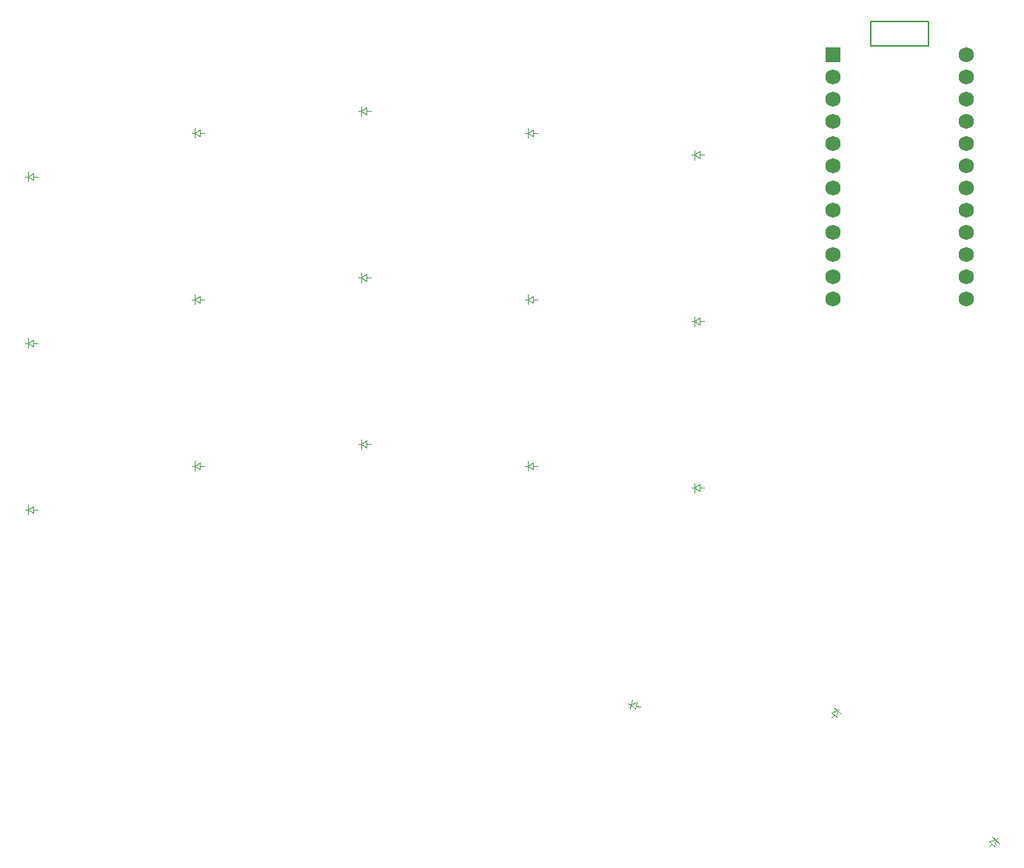
<source format=gbr>
%TF.GenerationSoftware,KiCad,Pcbnew,7.0.10*%
%TF.CreationDate,2024-02-19T14:18:00+02:00*%
%TF.ProjectId,juubo_left_final,6a757562-6f5f-46c6-9566-745f66696e61,v1.0.0*%
%TF.SameCoordinates,Original*%
%TF.FileFunction,Legend,Bot*%
%TF.FilePolarity,Positive*%
%FSLAX46Y46*%
G04 Gerber Fmt 4.6, Leading zero omitted, Abs format (unit mm)*
G04 Created by KiCad (PCBNEW 7.0.10) date 2024-02-19 14:18:00*
%MOMM*%
%LPD*%
G01*
G04 APERTURE LIST*
%ADD10C,0.150000*%
%ADD11C,0.100000*%
%ADD12R,1.752600X1.752600*%
%ADD13C,1.752600*%
G04 APERTURE END LIST*
D10*
%TO.C,T1*%
X184313786Y-47062500D02*
X184313786Y-49912500D01*
X184313786Y-49912500D02*
X190913786Y-49912500D01*
X187613786Y-47062500D02*
X184313786Y-47062500D01*
X187613786Y-47062500D02*
X190913786Y-47062500D01*
X189563786Y-47062500D02*
X185663786Y-47062500D01*
X190913786Y-49912500D02*
X190913786Y-47062500D01*
D11*
%TO.C,D4*%
X106663787Y-97935909D02*
X107063787Y-97935909D01*
X107063787Y-97935909D02*
X107063787Y-97385909D01*
X107063787Y-97935909D02*
X107063787Y-98485909D01*
X107063787Y-97935909D02*
X107663787Y-97535909D01*
X107663787Y-97535909D02*
X107663787Y-98335909D01*
X107663787Y-97935909D02*
X108163787Y-97935909D01*
X107663787Y-98335909D02*
X107063787Y-97935909D01*
%TO.C,D6*%
X106663784Y-59835912D02*
X107063784Y-59835912D01*
X107063784Y-59835912D02*
X107063784Y-59285912D01*
X107063784Y-59835912D02*
X107063784Y-60385912D01*
X107063784Y-59835912D02*
X107663784Y-59435912D01*
X107663784Y-59435912D02*
X107663784Y-60235912D01*
X107663784Y-59835912D02*
X108163784Y-59835912D01*
X107663784Y-60235912D02*
X107063784Y-59835912D01*
%TO.C,D5*%
X106663783Y-78885908D02*
X107063783Y-78885908D01*
X107063783Y-78885908D02*
X107063783Y-78335908D01*
X107063783Y-78885908D02*
X107063783Y-79435908D01*
X107063783Y-78885908D02*
X107663783Y-78485908D01*
X107663783Y-78485908D02*
X107663783Y-79285908D01*
X107663783Y-78885908D02*
X108163783Y-78885908D01*
X107663783Y-79285908D02*
X107063783Y-78885908D01*
%TO.C,D15*%
X163813785Y-62335911D02*
X164213785Y-62335911D01*
X164213785Y-62335911D02*
X164213785Y-61785911D01*
X164213785Y-62335911D02*
X164213785Y-62885911D01*
X164213785Y-62335911D02*
X164813785Y-61935911D01*
X164813785Y-61935911D02*
X164813785Y-62735911D01*
X164813785Y-62335911D02*
X165313785Y-62335911D01*
X164813785Y-62735911D02*
X164213785Y-62335911D01*
%TO.C,D8*%
X125713784Y-76385911D02*
X126113784Y-76385911D01*
X126113784Y-76385911D02*
X126113784Y-75835911D01*
X126113784Y-76385911D02*
X126113784Y-76935911D01*
X126113784Y-76385911D02*
X126713784Y-75985911D01*
X126713784Y-75985911D02*
X126713784Y-76785911D01*
X126713784Y-76385911D02*
X127213784Y-76385911D01*
X126713784Y-76785911D02*
X126113784Y-76385911D01*
%TO.C,D9*%
X125713784Y-57335910D02*
X126113784Y-57335910D01*
X126113784Y-57335910D02*
X126113784Y-56785910D01*
X126113784Y-57335910D02*
X126113784Y-57885910D01*
X126113784Y-57335910D02*
X126713784Y-56935910D01*
X126713784Y-56935910D02*
X126713784Y-57735910D01*
X126713784Y-57335910D02*
X127213784Y-57335910D01*
X126713784Y-57735910D02*
X126113784Y-57335910D01*
%TO.C,D11*%
X144763784Y-78885910D02*
X145163784Y-78885910D01*
X145163784Y-78885910D02*
X145163784Y-78335910D01*
X145163784Y-78885910D02*
X145163784Y-79435910D01*
X145163784Y-78885910D02*
X145763784Y-78485910D01*
X145763784Y-78485910D02*
X145763784Y-79285910D01*
X145763784Y-78885910D02*
X146263784Y-78885910D01*
X145763784Y-79285910D02*
X145163784Y-78885910D01*
%TO.C,D1*%
X87613784Y-102935911D02*
X88013784Y-102935911D01*
X88013784Y-102935911D02*
X88013784Y-102385911D01*
X88013784Y-102935911D02*
X88013784Y-103485911D01*
X88013784Y-102935911D02*
X88613784Y-102535911D01*
X88613784Y-102535911D02*
X88613784Y-103335911D01*
X88613784Y-102935911D02*
X89113784Y-102935911D01*
X88613784Y-103335911D02*
X88013784Y-102935911D01*
%TO.C,D10*%
X144763785Y-97935908D02*
X145163785Y-97935908D01*
X145163785Y-97935908D02*
X145163785Y-97385908D01*
X145163785Y-97935908D02*
X145163785Y-98485908D01*
X145163785Y-97935908D02*
X145763785Y-97535908D01*
X145763785Y-97535908D02*
X145763785Y-98335908D01*
X145763785Y-97935908D02*
X146263785Y-97935908D01*
X145763785Y-98335908D02*
X145163785Y-97935908D01*
%TO.C,D14*%
X163813786Y-81385910D02*
X164213786Y-81385910D01*
X164213786Y-81385910D02*
X164213786Y-80835910D01*
X164213786Y-81385910D02*
X164213786Y-81935910D01*
X164213786Y-81385910D02*
X164813786Y-80985910D01*
X164813786Y-80985910D02*
X164813786Y-81785910D01*
X164813786Y-81385910D02*
X165313786Y-81385910D01*
X164813786Y-81785910D02*
X164213786Y-81385910D01*
%TO.C,D7*%
X125713785Y-95435911D02*
X126113785Y-95435911D01*
X126113785Y-95435911D02*
X126113785Y-94885911D01*
X126113785Y-95435911D02*
X126113785Y-95985911D01*
X126113785Y-95435911D02*
X126713785Y-95035911D01*
X126713785Y-95035911D02*
X126713785Y-95835911D01*
X126713785Y-95435911D02*
X127213785Y-95435911D01*
X126713785Y-95835911D02*
X126113785Y-95435911D01*
%TO.C,D3*%
X87613786Y-64835909D02*
X88013786Y-64835909D01*
X88013786Y-64835909D02*
X88013786Y-64285909D01*
X88013786Y-64835909D02*
X88013786Y-65385909D01*
X88013786Y-64835909D02*
X88613786Y-64435909D01*
X88613786Y-64435909D02*
X88613786Y-65235909D01*
X88613786Y-64835909D02*
X89113786Y-64835909D01*
X88613786Y-65235909D02*
X88013786Y-64835909D01*
%TO.C,D16*%
X156545248Y-125121425D02*
X156931618Y-125224952D01*
X156931618Y-125224952D02*
X157073968Y-124693693D01*
X156931618Y-125224952D02*
X156789267Y-125756212D01*
X156931618Y-125224952D02*
X157614701Y-124993873D01*
X157614701Y-124993873D02*
X157407646Y-125766614D01*
X157511173Y-125380244D02*
X157994136Y-125509653D01*
X157407646Y-125766614D02*
X156931618Y-125224952D01*
%TO.C,D2*%
X87613785Y-83885911D02*
X88013785Y-83885911D01*
X88013785Y-83885911D02*
X88013785Y-83335911D01*
X88013785Y-83885911D02*
X88013785Y-84435911D01*
X88013785Y-83885911D02*
X88613785Y-83485911D01*
X88613785Y-83485911D02*
X88613785Y-84285911D01*
X88613785Y-83885911D02*
X89113785Y-83885911D01*
X88613785Y-84285911D02*
X88013785Y-83885911D01*
%TO.C,D13*%
X163813786Y-100435910D02*
X164213786Y-100435910D01*
X164213786Y-100435910D02*
X164213786Y-99885910D01*
X164213786Y-100435910D02*
X164213786Y-100985910D01*
X164213786Y-100435910D02*
X164813786Y-100035910D01*
X164813786Y-100035910D02*
X164813786Y-100835910D01*
X164813786Y-100435910D02*
X165313786Y-100435910D01*
X164813786Y-100835910D02*
X164213786Y-100435910D01*
%TO.C,D18*%
X198913787Y-140460352D02*
X198630944Y-140743195D01*
X198630944Y-140743195D02*
X199019853Y-141132103D01*
X198630944Y-140743195D02*
X198242036Y-140354286D01*
X198630944Y-140743195D02*
X198489523Y-141450301D01*
X198489523Y-141450301D02*
X197923838Y-140884616D01*
X198206680Y-141167459D02*
X197853127Y-141521012D01*
X197923838Y-140884616D02*
X198630944Y-140743195D01*
%TO.C,D17*%
X180826310Y-125630345D02*
X180569195Y-125936762D01*
X180569195Y-125936762D02*
X180990519Y-126290296D01*
X180569195Y-125936762D02*
X180147870Y-125583229D01*
X180569195Y-125936762D02*
X180489940Y-126653504D01*
X180489940Y-126653504D02*
X179877104Y-126139274D01*
X180183522Y-126396389D02*
X179862128Y-126779411D01*
X179877104Y-126139274D02*
X180569195Y-125936762D01*
%TO.C,D12*%
X144763787Y-59835909D02*
X145163787Y-59835909D01*
X145163787Y-59835909D02*
X145163787Y-59285909D01*
X145163787Y-59835909D02*
X145163787Y-60385909D01*
X145163787Y-59835909D02*
X145763787Y-59435909D01*
X145763787Y-59435909D02*
X145763787Y-60235909D01*
X145763787Y-59835909D02*
X146263787Y-59835909D01*
X145763787Y-60235909D02*
X145163787Y-59835909D01*
%TD*%
D12*
%TO.C,MCU1*%
X179993787Y-50890909D03*
D13*
X179993787Y-53430909D03*
X179993787Y-55970909D03*
X179993787Y-58510909D03*
X179993787Y-61050909D03*
X179993787Y-63590909D03*
X179993787Y-66130909D03*
X179993787Y-68670909D03*
X179993787Y-71210909D03*
X179993787Y-73750909D03*
X179993787Y-76290909D03*
X179993787Y-78830909D03*
X195233787Y-50890909D03*
X195233787Y-53430909D03*
X195233787Y-55970909D03*
X195233787Y-58510909D03*
X195233787Y-61050909D03*
X195233787Y-63590909D03*
X195233787Y-66130909D03*
X195233787Y-68670909D03*
X195233787Y-71210909D03*
X195233787Y-73750909D03*
X195233787Y-76290909D03*
X195233787Y-78830909D03*
%TD*%
M02*

</source>
